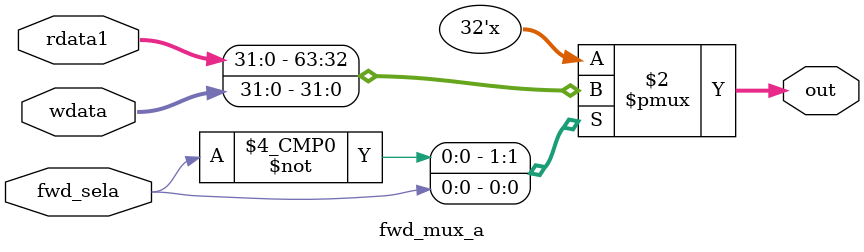
<source format=sv>
module fwd_mux_a
(
    input  logic [31:0] rdata1,      
    input  logic [31:0] wdata,  
    input  logic        fwd_sela,          
    output logic [31:0] out
);

    always_comb begin
        case (fwd_sela)
            1'b0: out = rdata1; // No forwarding
            1'b1: out = wdata; // forwarding
            default: out = rdata1;
        endcase
    end

endmodule
</source>
